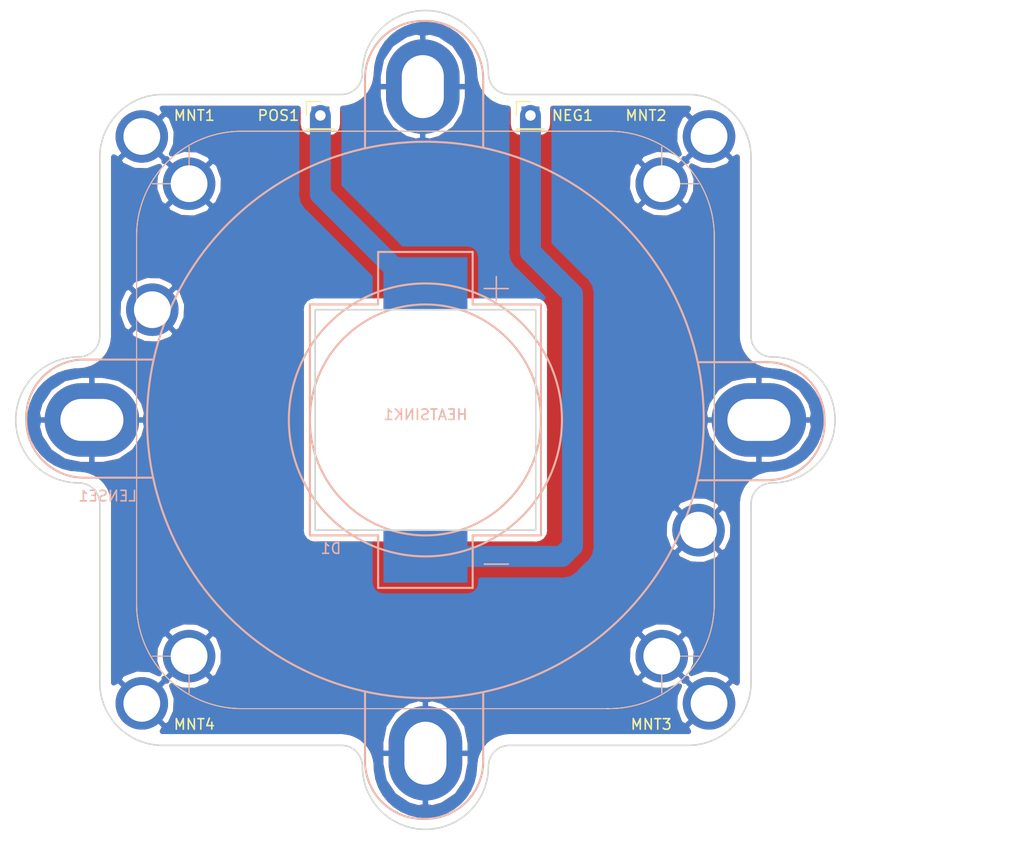
<source format=kicad_pcb>
(kicad_pcb (version 20171130) (host pcbnew "(5.0.0)")

  (general
    (thickness 1.6)
    (drawings 32)
    (tracks 8)
    (zones 0)
    (modules 9)
    (nets 4)
  )

  (page A4)
  (layers
    (0 F.Cu signal)
    (31 B.Cu signal)
    (32 B.Adhes user)
    (33 F.Adhes user)
    (34 B.Paste user)
    (35 F.Paste user)
    (36 B.SilkS user)
    (37 F.SilkS user)
    (38 B.Mask user)
    (39 F.Mask user)
    (40 Dwgs.User user)
    (41 Cmts.User user)
    (42 Eco1.User user)
    (43 Eco2.User user)
    (44 Edge.Cuts user)
    (45 Margin user)
    (46 B.CrtYd user)
    (47 F.CrtYd user)
    (48 B.Fab user)
    (49 F.Fab user)
  )

  (setup
    (last_trace_width 2)
    (trace_clearance 0.8)
    (zone_clearance 1)
    (zone_45_only no)
    (trace_min 0.2)
    (segment_width 0.2)
    (edge_width 0.15)
    (via_size 0.8)
    (via_drill 0.4)
    (via_min_size 0.4)
    (via_min_drill 0.3)
    (uvia_size 0.3)
    (uvia_drill 0.1)
    (uvias_allowed no)
    (uvia_min_size 0.2)
    (uvia_min_drill 0.1)
    (pcb_text_width 0.3)
    (pcb_text_size 1.5 1.5)
    (mod_edge_width 0.15)
    (mod_text_size 1 1)
    (mod_text_width 0.15)
    (pad_size 5.5 5.5)
    (pad_drill 4.5)
    (pad_to_mask_clearance 0.2)
    (aux_axis_origin 0 0)
    (visible_elements 7FFFFFFF)
    (pcbplotparams
      (layerselection 0x010fc_ffffffff)
      (usegerberextensions false)
      (usegerberattributes false)
      (usegerberadvancedattributes false)
      (creategerberjobfile false)
      (excludeedgelayer true)
      (linewidth 0.100000)
      (plotframeref false)
      (viasonmask false)
      (mode 1)
      (useauxorigin false)
      (hpglpennumber 1)
      (hpglpenspeed 20)
      (hpglpendiameter 15.000000)
      (psnegative false)
      (psa4output false)
      (plotreference true)
      (plotvalue true)
      (plotinvisibletext false)
      (padsonsilk false)
      (subtractmaskfromsilk false)
      (outputformat 1)
      (mirror false)
      (drillshape 0)
      (scaleselection 1)
      (outputdirectory "30mar20 lower/"))
  )

  (net 0 "")
  (net 1 GND)
  (net 2 "Net-(D1-Pad2)")
  (net 3 "Net-(D1-Pad1)")

  (net_class Default "This is the default net class."
    (clearance 0.8)
    (trace_width 2)
    (via_dia 0.8)
    (via_drill 0.4)
    (uvia_dia 0.3)
    (uvia_drill 0.1)
    (add_net GND)
    (add_net "Net-(D1-Pad1)")
    (add_net "Net-(D1-Pad2)")
  )

  (module TEST:LED_Lense (layer B.Cu) (tedit 5DE8DF3D) (tstamp 5DECB773)
    (at 150 100)
    (path /5E8248B7)
    (fp_text reference LENSE1 (at -30.25 7.25) (layer B.SilkS)
      (effects (font (size 1 1) (thickness 0.15)) (justify mirror))
    )
    (fp_text value Conn_01x02 (at 0 0.5) (layer B.Fab)
      (effects (font (size 1 1) (thickness 0.15)) (justify mirror))
    )
    (fp_arc (start 32.5 0.244321) (end 38 -0.005679) (angle 92.6025622) (layer B.SilkS) (width 0.2))
    (fp_arc (start 32.494321 0) (end 32.244321 -5.5) (angle 92.6025622) (layer B.SilkS) (width 0.2))
    (fp_line (start 32.5 5.75) (end 26 5.75) (layer B.SilkS) (width 0.2))
    (fp_line (start 32.25 -5.5) (end 26 -5.5) (layer B.SilkS) (width 0.2))
    (fp_arc (start -0.005679 -32.5) (end -0.255679 -38) (angle 92.6025622) (layer B.SilkS) (width 0.2))
    (fp_arc (start -0.25 -32.494321) (end -5.75 -32.244321) (angle 92.6025622) (layer B.SilkS) (width 0.2))
    (fp_line (start 5.5 -32.5) (end 5.5 -26) (layer B.SilkS) (width 0.2))
    (fp_line (start -5.75 -32.25) (end -5.75 -26) (layer B.SilkS) (width 0.2))
    (fp_arc (start -32.5 -0.244321) (end -38 0.005679) (angle 92.6025622) (layer B.SilkS) (width 0.2))
    (fp_arc (start -32.494321 0) (end -32.244321 5.5) (angle 92.6025622) (layer B.SilkS) (width 0.2))
    (fp_line (start -32.5 -5.75) (end -26 -5.75) (layer B.SilkS) (width 0.2))
    (fp_line (start -32.25 5.5) (end -26 5.5) (layer B.SilkS) (width 0.2))
    (fp_line (start -5.75 32.5) (end -5.75 26) (layer B.SilkS) (width 0.2))
    (fp_line (start 5.5 32.25) (end 5.5 26) (layer B.SilkS) (width 0.2))
    (fp_arc (start -0.244321 32.5) (end 0.005679 38) (angle 92.6025622) (layer B.SilkS) (width 0.2))
    (fp_arc (start 0 32.494321) (end 5.5 32.244321) (angle 92.6025622) (layer B.SilkS) (width 0.2))
    (fp_circle (center 0 0) (end 26.5 0) (layer B.SilkS) (width 0.2))
    (fp_circle (center 0 0) (end 13 0) (layer B.SilkS) (width 0.2))
    (fp_circle (center 0 0) (end 11 0) (layer B.SilkS) (width 0.2))
    (pad 1 thru_hole oval (at 31.75 0 90) (size 7 9) (drill oval 4 6) (layers *.Cu *.Mask)
      (net 1 GND))
    (pad 1 thru_hole oval (at -0.25 -31.75 180) (size 7 9) (drill oval 4 6) (layers *.Cu *.Mask)
      (net 1 GND))
    (pad 1 thru_hole oval (at -31.75 0 270) (size 7 9) (drill oval 4 6) (layers *.Cu *.Mask)
      (net 1 GND))
    (pad 1 thru_hole oval (at 0 31.75) (size 7 9) (drill oval 4 6) (layers *.Cu *.Mask)
      (net 1 GND))
    (model ${KIPRJMOD}/44mm_cover.stp
      (offset (xyz 0 0 8.5))
      (scale (xyz 1 1 1))
      (rotate (xyz 0 0 45))
    )
    (model ${KIPRJMOD}/44mm_collimator.stp
      (offset (xyz 0 0 11))
      (scale (xyz 1 1 1))
      (rotate (xyz 0 0 0))
    )
  )

  (module TEST:55mm_heatsink (layer B.Cu) (tedit 5DE3DEED) (tstamp 5DECB758)
    (at 150 100)
    (path /5DF09D00)
    (fp_text reference HEATSINK1 (at 0 -0.5) (layer B.SilkS)
      (effects (font (size 1 1) (thickness 0.15)) (justify mirror))
    )
    (fp_text value Conn_01x02 (at 0 0.5) (layer B.Fab)
      (effects (font (size 1 1) (thickness 0.15)) (justify mirror))
    )
    (fp_line (start -22.5 22.5) (end -26 22.5) (layer F.SilkS) (width 0.1))
    (fp_line (start 22.5 -22.5) (end 26 -22.5) (layer F.SilkS) (width 0.1))
    (fp_line (start -22.5 22.5) (end -22.5 26) (layer F.SilkS) (width 0.1))
    (fp_line (start 22.5 -22.5) (end 22.5 -26) (layer F.SilkS) (width 0.1))
    (fp_line (start 22.5 22.5) (end 26 22.5) (layer F.SilkS) (width 0.1))
    (fp_line (start 22.5 22.5) (end 22.5 26) (layer F.SilkS) (width 0.1))
    (fp_line (start -27.5 -17.5) (end -27.5 17.5) (layer F.SilkS) (width 0.1))
    (fp_line (start 17.5 -27.5) (end -17.5 -27.5) (layer F.SilkS) (width 0.1))
    (fp_line (start -17.5 27.5) (end 17.5 27.5) (layer F.SilkS) (width 0.1))
    (fp_arc (start 17.5 -17.5) (end 27.5 -17.5) (angle -90) (layer F.SilkS) (width 0.1))
    (fp_arc (start -17.5 -17.5) (end -17.5 -27.5) (angle -90) (layer F.SilkS) (width 0.1))
    (fp_arc (start -17.5 17.5) (end -27.5 17.5) (angle -90) (layer F.SilkS) (width 0.1))
    (fp_line (start 27.5 17.5) (end 27.5 -17.5) (layer F.SilkS) (width 0.1))
    (fp_arc (start 17.5 17.5) (end 17.5 27.5) (angle -90) (layer F.SilkS) (width 0.1))
    (fp_line (start -22.5 -22.5) (end -22.5 -26) (layer F.SilkS) (width 0.1))
    (fp_line (start -22.5 -22.5) (end -26 -22.5) (layer F.SilkS) (width 0.1))
    (fp_line (start 22.5 22.5) (end 26 22.5) (layer B.SilkS) (width 0.1))
    (fp_line (start 22.5 22.5) (end 22.5 26) (layer B.SilkS) (width 0.1))
    (fp_line (start -22.5 22.5) (end -22.5 26) (layer B.SilkS) (width 0.1))
    (fp_line (start -22.5 22.5) (end -26 22.5) (layer B.SilkS) (width 0.1))
    (fp_line (start -22.5 -22.5) (end -26 -22.5) (layer B.SilkS) (width 0.1))
    (fp_line (start -22.5 -22.5) (end -22.5 -26) (layer B.SilkS) (width 0.1))
    (fp_line (start 22.5 -22.5) (end 26 -22.5) (layer B.SilkS) (width 0.1))
    (fp_line (start 22.5 -22.5) (end 22.5 -26) (layer B.SilkS) (width 0.1))
    (fp_line (start 27.5 10.5) (end 26 10.5) (layer B.SilkS) (width 0.1))
    (fp_line (start -27.5 -10.5) (end -25.5 -10.5) (layer B.SilkS) (width 0.1))
    (fp_line (start -17.5 -27.5) (end 17.5 -27.5) (layer B.SilkS) (width 0.1))
    (fp_line (start -27.5 17.5) (end -27.5 -17.5) (layer B.SilkS) (width 0.1))
    (fp_line (start 17.25 27.5) (end -17.75 27.5) (layer B.SilkS) (width 0.1))
    (fp_line (start 27.5 -17.5) (end 27.5 17.5) (layer B.SilkS) (width 0.1))
    (fp_arc (start -17.5 17.5) (end -17.5 27.5) (angle 90) (layer B.SilkS) (width 0.1))
    (fp_arc (start -17.5 -17.5) (end -27.5 -17.5) (angle 90) (layer B.SilkS) (width 0.1))
    (fp_arc (start 17.5 -17.5) (end 17.5 -27.5) (angle 90) (layer B.SilkS) (width 0.1))
    (fp_arc (start 17.5 17.5) (end 27.5 17.5) (angle 90) (layer B.SilkS) (width 0.1))
    (pad 3 thru_hole circle (at 22.5 22.5 270) (size 5 5) (drill 3.5) (layers *.Cu *.Mask)
      (net 1 GND))
    (pad 3 thru_hole circle (at -22.5 22.5 180) (size 5 5) (drill 3.5) (layers *.Cu *.Mask)
      (net 1 GND))
    (pad 3 thru_hole circle (at -22.5 -22.5 90) (size 5 5) (drill 3.5) (layers *.Cu *.Mask)
      (net 1 GND))
    (pad 3 thru_hole circle (at 22.5 -22.5) (size 5 5) (drill 3.5) (layers *.Cu *.Mask)
      (net 1 GND))
    (pad 2 thru_hole circle (at -26 -10.5) (size 5 5) (drill 3.5) (layers *.Cu *.Mask)
      (net 1 GND))
    (pad 1 thru_hole circle (at 26 10.5) (size 5 5) (drill 3.5) (layers *.Cu *.Mask)
      (net 1 GND))
    (model C:/Users/Reed/Downloads/55mm-heatsink.STEP
      (offset (xyz 0 3 -9.5))
      (scale (xyz 1 1 1))
      (rotate (xyz 90 0 90))
    )
  )

  (module TEST:10W_LED (layer B.Cu) (tedit 5DE8614E) (tstamp 5DECBA2B)
    (at 150 100)
    (path /5DF074D2)
    (fp_text reference D1 (at -9 12.25) (layer B.SilkS)
      (effects (font (size 1 1) (thickness 0.15)) (justify mirror))
    )
    (fp_text value LED (at 0 1.9) (layer B.Fab)
      (effects (font (size 1 1) (thickness 0.15)) (justify mirror))
    )
    (fp_line (start 10.5 0) (end 10.5 1) (layer B.Fab) (width 0.1))
    (fp_line (start 0 10.5) (end 10.5 10.5) (layer B.Fab) (width 0.1))
    (fp_line (start 10.5 10.5) (end 10.5 1) (layer B.Fab) (width 0.1))
    (fp_line (start 0 10.5) (end -1 10.5) (layer B.Fab) (width 0.1))
    (fp_line (start -10.5 0) (end -10.5 10.5) (layer B.Fab) (width 0.1))
    (fp_line (start -10.5 10.5) (end -1 10.5) (layer B.Fab) (width 0.1))
    (fp_line (start -10.5 0) (end -10.5 -1) (layer B.Fab) (width 0.1))
    (fp_line (start 0 -10.5) (end -10.5 -10.5) (layer B.Fab) (width 0.1))
    (fp_line (start -10.5 -10.5) (end -10.5 -1) (layer B.Fab) (width 0.1))
    (fp_line (start 0 -10.5) (end 1 -10.5) (layer B.Fab) (width 0.1))
    (fp_line (start 10.5 0) (end 10.5 -10.5) (layer B.Fab) (width 0.1))
    (fp_line (start 10.5 -10.5) (end 1 -10.5) (layer B.Fab) (width 0.1))
    (fp_text user + (at 6.75 -12.75) (layer B.SilkS)
      (effects (font (size 3 3) (thickness 0.15)) (justify mirror))
    )
    (fp_text user - (at 6.75 13.5) (layer B.SilkS)
      (effects (font (size 3 3) (thickness 0.15)) (justify mirror))
    )
    (fp_line (start 3.75 -16) (end 4.5 -16) (layer B.SilkS) (width 0.1))
    (fp_line (start 4.5 -11) (end 11 -11) (layer B.SilkS) (width 0.2))
    (fp_line (start 11 -11) (end 11 11) (layer B.SilkS) (width 0.2))
    (fp_line (start 11 11) (end 4.5 11) (layer B.SilkS) (width 0.2))
    (fp_line (start 4.5 11) (end 4.5 16) (layer B.SilkS) (width 0.2))
    (fp_line (start 4.5 16) (end -4.5 16) (layer B.SilkS) (width 0.2))
    (fp_line (start -4.5 16) (end -4.5 15) (layer B.SilkS) (width 0.2))
    (fp_line (start -4.5 15) (end -4.5 11) (layer B.SilkS) (width 0.2))
    (fp_line (start -4.5 11) (end -11 11) (layer B.SilkS) (width 0.2))
    (fp_line (start -11 11) (end -11 10.25) (layer B.SilkS) (width 0.2))
    (fp_line (start -11 10.25) (end -11 -11) (layer B.SilkS) (width 0.2))
    (fp_line (start -11 -11) (end -10 -11) (layer B.SilkS) (width 0.2))
    (fp_line (start -10 -11) (end -4.5 -11) (layer B.SilkS) (width 0.2))
    (fp_line (start -4.5 -11) (end -4.5 -11.5) (layer B.SilkS) (width 0.2))
    (fp_line (start -4.5 -11.5) (end -4.5 -16) (layer B.SilkS) (width 0.2))
    (fp_line (start -4.5 -16) (end -3.25 -16) (layer B.SilkS) (width 0.2))
    (fp_line (start -3.25 -16) (end 4.5 -16) (layer B.SilkS) (width 0.2))
    (fp_line (start 4.5 -16) (end 4.5 -11) (layer B.SilkS) (width 0.2))
    (pad 1 smd rect (at 0 13) (size 8 5) (layers B.Cu B.Paste B.Mask)
      (net 3 "Net-(D1-Pad1)"))
    (pad 2 smd rect (at 0 -13) (size 8 5) (layers B.Cu B.Paste B.Mask)
      (net 2 "Net-(D1-Pad2)"))
  )

  (module "TEST:4mm Mount" (layer F.Cu) (tedit 5BA18C5F) (tstamp 5DECBA30)
    (at 123 70.5)
    (path /5DF0A84E)
    (fp_text reference MNT1 (at 5 0.5) (layer F.SilkS)
      (effects (font (size 1 1) (thickness 0.15)))
    )
    (fp_text value Conn_01x02 (at 0 -1) (layer F.Fab)
      (effects (font (size 1 1) (thickness 0.15)))
    )
    (pad 1 thru_hole circle (at 0 2.5) (size 5 5) (drill 3.5) (layers *.Cu *.Mask)
      (net 1 GND))
  )

  (module "TEST:4mm Mount" (layer F.Cu) (tedit 5BA18C5F) (tstamp 5DECBA35)
    (at 177 70.5)
    (path /5DF0AC70)
    (fp_text reference MNT2 (at -6 0.5) (layer F.SilkS)
      (effects (font (size 1 1) (thickness 0.15)))
    )
    (fp_text value Conn_01x02 (at 0 -1) (layer F.Fab)
      (effects (font (size 1 1) (thickness 0.15)))
    )
    (pad 1 thru_hole circle (at 0 2.5) (size 5 5) (drill 3.5) (layers *.Cu *.Mask)
      (net 1 GND))
  )

  (module "TEST:4mm Mount" (layer F.Cu) (tedit 5BA18C5F) (tstamp 5DECBA3A)
    (at 177 124.5)
    (path /5DF0B09C)
    (fp_text reference MNT3 (at -5.5 4.5) (layer F.SilkS)
      (effects (font (size 1 1) (thickness 0.15)))
    )
    (fp_text value Conn_01x02 (at 0 -1) (layer F.Fab)
      (effects (font (size 1 1) (thickness 0.15)))
    )
    (pad 1 thru_hole circle (at 0 2.5) (size 5 5) (drill 3.5) (layers *.Cu *.Mask)
      (net 1 GND))
  )

  (module "TEST:4mm Mount" (layer F.Cu) (tedit 5BA18C5F) (tstamp 5DECBA3F)
    (at 123 124.5)
    (path /5DF0B52E)
    (fp_text reference MNT4 (at 5 4.5) (layer F.SilkS)
      (effects (font (size 1 1) (thickness 0.15)))
    )
    (fp_text value Conn_01x02 (at 0 -1) (layer F.Fab)
      (effects (font (size 1 1) (thickness 0.15)))
    )
    (pad 1 thru_hole circle (at 0 2.5) (size 5 5) (drill 3.5) (layers *.Cu *.Mask)
      (net 1 GND))
  )

  (module Pin_Headers:Pin_Header_Straight_1x01_Pitch2.54mm (layer F.Cu) (tedit 59650532) (tstamp 5E825D7C)
    (at 160 71)
    (descr "Through hole straight pin header, 1x01, 2.54mm pitch, single row")
    (tags "Through hole pin header THT 1x01 2.54mm single row")
    (path /5DF097C9)
    (fp_text reference NEG1 (at 4 0) (layer F.SilkS)
      (effects (font (size 1 1) (thickness 0.15)))
    )
    (fp_text value Conn_01x02 (at 0 2.33) (layer F.Fab)
      (effects (font (size 1 1) (thickness 0.15)))
    )
    (fp_text user %R (at 0 0 90) (layer F.Fab)
      (effects (font (size 1 1) (thickness 0.15)))
    )
    (fp_line (start 1.8 -1.8) (end -1.8 -1.8) (layer F.CrtYd) (width 0.05))
    (fp_line (start 1.8 1.8) (end 1.8 -1.8) (layer F.CrtYd) (width 0.05))
    (fp_line (start -1.8 1.8) (end 1.8 1.8) (layer F.CrtYd) (width 0.05))
    (fp_line (start -1.8 -1.8) (end -1.8 1.8) (layer F.CrtYd) (width 0.05))
    (fp_line (start -1.33 -1.33) (end 0 -1.33) (layer F.SilkS) (width 0.12))
    (fp_line (start -1.33 0) (end -1.33 -1.33) (layer F.SilkS) (width 0.12))
    (fp_line (start -1.33 1.27) (end 1.33 1.27) (layer F.SilkS) (width 0.12))
    (fp_line (start 1.33 1.27) (end 1.33 1.33) (layer F.SilkS) (width 0.12))
    (fp_line (start -1.33 1.27) (end -1.33 1.33) (layer F.SilkS) (width 0.12))
    (fp_line (start -1.33 1.33) (end 1.33 1.33) (layer F.SilkS) (width 0.12))
    (fp_line (start -1.27 -0.635) (end -0.635 -1.27) (layer F.Fab) (width 0.1))
    (fp_line (start -1.27 1.27) (end -1.27 -0.635) (layer F.Fab) (width 0.1))
    (fp_line (start 1.27 1.27) (end -1.27 1.27) (layer F.Fab) (width 0.1))
    (fp_line (start 1.27 -1.27) (end 1.27 1.27) (layer F.Fab) (width 0.1))
    (fp_line (start -0.635 -1.27) (end 1.27 -1.27) (layer F.Fab) (width 0.1))
    (pad 1 thru_hole rect (at 0 0) (size 1.7 1.7) (drill 1) (layers *.Cu *.Mask)
      (net 3 "Net-(D1-Pad1)"))
    (model ${KISYS3DMOD}/Pin_Headers.3dshapes/Pin_Header_Straight_1x01_Pitch2.54mm.wrl
      (at (xyz 0 0 0))
      (scale (xyz 1 1 1))
      (rotate (xyz 0 0 0))
    )
  )

  (module Pin_Headers:Pin_Header_Straight_1x01_Pitch2.54mm (layer F.Cu) (tedit 59650532) (tstamp 5E825D91)
    (at 140 71)
    (descr "Through hole straight pin header, 1x01, 2.54mm pitch, single row")
    (tags "Through hole pin header THT 1x01 2.54mm single row")
    (path /5E824656)
    (fp_text reference POS1 (at -4 0) (layer F.SilkS)
      (effects (font (size 1 1) (thickness 0.15)))
    )
    (fp_text value Conn_01x02 (at 0 2.33) (layer F.Fab)
      (effects (font (size 1 1) (thickness 0.15)))
    )
    (fp_line (start -0.635 -1.27) (end 1.27 -1.27) (layer F.Fab) (width 0.1))
    (fp_line (start 1.27 -1.27) (end 1.27 1.27) (layer F.Fab) (width 0.1))
    (fp_line (start 1.27 1.27) (end -1.27 1.27) (layer F.Fab) (width 0.1))
    (fp_line (start -1.27 1.27) (end -1.27 -0.635) (layer F.Fab) (width 0.1))
    (fp_line (start -1.27 -0.635) (end -0.635 -1.27) (layer F.Fab) (width 0.1))
    (fp_line (start -1.33 1.33) (end 1.33 1.33) (layer F.SilkS) (width 0.12))
    (fp_line (start -1.33 1.27) (end -1.33 1.33) (layer F.SilkS) (width 0.12))
    (fp_line (start 1.33 1.27) (end 1.33 1.33) (layer F.SilkS) (width 0.12))
    (fp_line (start -1.33 1.27) (end 1.33 1.27) (layer F.SilkS) (width 0.12))
    (fp_line (start -1.33 0) (end -1.33 -1.33) (layer F.SilkS) (width 0.12))
    (fp_line (start -1.33 -1.33) (end 0 -1.33) (layer F.SilkS) (width 0.12))
    (fp_line (start -1.8 -1.8) (end -1.8 1.8) (layer F.CrtYd) (width 0.05))
    (fp_line (start -1.8 1.8) (end 1.8 1.8) (layer F.CrtYd) (width 0.05))
    (fp_line (start 1.8 1.8) (end 1.8 -1.8) (layer F.CrtYd) (width 0.05))
    (fp_line (start 1.8 -1.8) (end -1.8 -1.8) (layer F.CrtYd) (width 0.05))
    (fp_text user %R (at 0 0 90) (layer F.Fab)
      (effects (font (size 1 1) (thickness 0.15)))
    )
    (pad 1 thru_hole rect (at 0 0) (size 1.7 1.7) (drill 1) (layers *.Cu *.Mask)
      (net 2 "Net-(D1-Pad2)"))
    (model ${KISYS3DMOD}/Pin_Headers.3dshapes/Pin_Header_Straight_1x01_Pitch2.54mm.wrl
      (at (xyz 0 0 0))
      (scale (xyz 1 1 1))
      (rotate (xyz 0 0 0))
    )
  )

  (gr_line (start 181 108) (end 181 125) (layer Edge.Cuts) (width 0.15) (tstamp 5E825F4C))
  (gr_line (start 158 131) (end 175 131) (layer Edge.Cuts) (width 0.15) (tstamp 5E825F4B))
  (gr_arc (start 175 125) (end 175 131) (angle -90) (layer Edge.Cuts) (width 0.15) (tstamp 5E825F4A))
  (gr_arc (start 183 108) (end 183 106) (angle -90) (layer Edge.Cuts) (width 0.15) (tstamp 5E825F49))
  (gr_arc (start 183 92) (end 181 92) (angle -90) (layer Edge.Cuts) (width 0.15) (tstamp 5E825F48))
  (gr_arc (start 183 100) (end 189 100) (angle -90) (layer Edge.Cuts) (width 0.15) (tstamp 5E825F47))
  (gr_arc (start 183 100) (end 183 106) (angle -90) (layer Edge.Cuts) (width 0.15) (tstamp 5E825F46))
  (gr_line (start 158 69) (end 175 69) (layer Edge.Cuts) (width 0.15) (tstamp 5E825F4C))
  (gr_line (start 181 92) (end 181 75) (layer Edge.Cuts) (width 0.15) (tstamp 5E825F4B))
  (gr_arc (start 175 75) (end 181 75) (angle -90) (layer Edge.Cuts) (width 0.15) (tstamp 5E825F4A))
  (gr_arc (start 158 67) (end 156 67) (angle -90) (layer Edge.Cuts) (width 0.15) (tstamp 5E825F49))
  (gr_arc (start 142 67) (end 142 69) (angle -90) (layer Edge.Cuts) (width 0.15) (tstamp 5E825F48))
  (gr_arc (start 150 67) (end 150 61) (angle -90) (layer Edge.Cuts) (width 0.15) (tstamp 5E825F47))
  (gr_arc (start 150 67) (end 156 67) (angle -90) (layer Edge.Cuts) (width 0.15) (tstamp 5E825F46))
  (gr_line (start 119 92) (end 119 75) (layer Edge.Cuts) (width 0.15) (tstamp 5E825F4C))
  (gr_line (start 142 69) (end 125 69) (layer Edge.Cuts) (width 0.15) (tstamp 5E825F4B))
  (gr_arc (start 125 75) (end 125 69) (angle -90) (layer Edge.Cuts) (width 0.15) (tstamp 5E825F4A))
  (gr_arc (start 117 92) (end 117 94) (angle -90) (layer Edge.Cuts) (width 0.15) (tstamp 5E825F49))
  (gr_arc (start 117 108) (end 119 108) (angle -90) (layer Edge.Cuts) (width 0.15) (tstamp 5E825F48))
  (gr_arc (start 117 100) (end 111 100) (angle -90) (layer Edge.Cuts) (width 0.15) (tstamp 5E825F47))
  (gr_arc (start 117 100) (end 117 94) (angle -90) (layer Edge.Cuts) (width 0.15) (tstamp 5E825F46))
  (gr_line (start 119 108) (end 119 125) (layer Edge.Cuts) (width 0.15) (tstamp 5E825F3F))
  (gr_arc (start 125 125) (end 119 125) (angle -90) (layer Edge.Cuts) (width 0.15))
  (gr_arc (start 158 133) (end 158 131) (angle -90) (layer Edge.Cuts) (width 0.15) (tstamp 5E825F1C))
  (gr_arc (start 150 133) (end 150 139) (angle -90) (layer Edge.Cuts) (width 0.15) (tstamp 5E825F1B))
  (gr_arc (start 142 133) (end 144 133) (angle -90) (layer Edge.Cuts) (width 0.15))
  (gr_arc (start 150 133) (end 144 133) (angle -90) (layer Edge.Cuts) (width 0.15))
  (gr_line (start 139.5 89.5) (end 139.5 110.5) (layer Edge.Cuts) (width 0.15))
  (gr_line (start 160.5 89.5) (end 139.5 89.5) (layer Edge.Cuts) (width 0.15))
  (gr_line (start 160.5 110.5) (end 160.5 89.5) (layer Edge.Cuts) (width 0.15))
  (gr_line (start 139.5 110.5) (end 160.5 110.5) (layer Edge.Cuts) (width 0.15))
  (gr_line (start 142 131) (end 125 131) (layer Edge.Cuts) (width 0.15))

  (segment (start 148.5 87) (end 150 87) (width 2) (layer B.Cu) (net 2))
  (segment (start 140 78.5) (end 148.5 87) (width 2) (layer B.Cu) (net 2))
  (segment (start 140 71) (end 140 78.5) (width 2) (layer B.Cu) (net 2))
  (segment (start 150 113) (end 163 113) (width 2) (layer B.Cu) (net 3))
  (segment (start 163 113) (end 164 112) (width 2) (layer B.Cu) (net 3))
  (segment (start 164 112) (end 164 88) (width 2) (layer B.Cu) (net 3))
  (segment (start 160 84) (end 160 71) (width 2) (layer B.Cu) (net 3))
  (segment (start 164 88) (end 160 84) (width 2) (layer B.Cu) (net 3))

  (zone (net 1) (net_name GND) (layer B.Cu) (tstamp 5E824AD4) (hatch edge 0.508)
    (connect_pads (clearance 1))
    (min_thickness 0.5)
    (fill yes (arc_segments 16) (thermal_gap 0.508) (thermal_bridge_width 0.508))
    (polygon
      (pts
        (xy 110 60) (xy 207 60) (xy 207 64.5) (xy 207 137) (xy 162.5 137)
        (xy 148.5 142.5) (xy 140 138.5) (xy 117.5 135.5) (xy 113.5 131.5) (xy 109.5 120)
      )
    )
    (filled_polygon
      (pts
        (xy 137.75 70.778395) (xy 137.750001 78.278391) (xy 137.70592 78.5) (xy 137.880547 79.377907) (xy 137.92824 79.449284)
        (xy 138.377841 80.12216) (xy 138.56571 80.24769) (xy 144.725512 86.407493) (xy 144.725512 88.175) (xy 139.630499 88.175)
        (xy 139.5 88.149042) (xy 139.369501 88.175) (xy 138.983011 88.251878) (xy 138.544728 88.544728) (xy 138.251878 88.983011)
        (xy 138.149042 89.5) (xy 138.175 89.630499) (xy 138.175001 110.369496) (xy 138.149042 110.5) (xy 138.251878 111.016989)
        (xy 138.544728 111.455272) (xy 138.983011 111.748122) (xy 139.369501 111.825) (xy 139.5 111.850958) (xy 139.630499 111.825)
        (xy 144.725512 111.825) (xy 144.725512 115.5) (xy 144.822527 115.987725) (xy 145.098801 116.401199) (xy 145.512275 116.677473)
        (xy 146 116.774488) (xy 154 116.774488) (xy 154.487725 116.677473) (xy 154.901199 116.401199) (xy 155.177473 115.987725)
        (xy 155.274488 115.5) (xy 155.274488 115.25) (xy 162.778395 115.25) (xy 163 115.29408) (xy 163.221605 115.25)
        (xy 163.221606 115.25) (xy 163.877906 115.119454) (xy 164.62216 114.62216) (xy 164.747692 114.434288) (xy 165.434287 113.747693)
        (xy 165.62216 113.62216) (xy 166.119454 112.877906) (xy 166.151317 112.717717) (xy 173.78794 112.717717) (xy 174.050716 113.189765)
        (xy 175.228425 113.730977) (xy 176.523599 113.780303) (xy 177.739061 113.330232) (xy 177.949284 113.189765) (xy 178.21206 112.717717)
        (xy 176 110.505657) (xy 173.78794 112.717717) (xy 166.151317 112.717717) (xy 166.25 112.221606) (xy 166.25 112.221605)
        (xy 166.29408 112) (xy 166.25 111.778395) (xy 166.25 111.023599) (xy 172.719697 111.023599) (xy 173.169768 112.239061)
        (xy 173.310235 112.449284) (xy 173.782283 112.71206) (xy 175.994343 110.5) (xy 176.005657 110.5) (xy 178.217717 112.71206)
        (xy 178.689765 112.449284) (xy 179.230977 111.271575) (xy 179.280303 109.976401) (xy 178.830232 108.760939) (xy 178.689765 108.550716)
        (xy 178.217717 108.28794) (xy 176.005657 110.5) (xy 175.994343 110.5) (xy 173.782283 108.28794) (xy 173.310235 108.550716)
        (xy 172.769023 109.728425) (xy 172.719697 111.023599) (xy 166.25 111.023599) (xy 166.25 108.282283) (xy 173.78794 108.282283)
        (xy 176 110.494343) (xy 178.21206 108.282283) (xy 177.949284 107.810235) (xy 176.771575 107.269023) (xy 175.476401 107.219697)
        (xy 174.260939 107.669768) (xy 174.050716 107.810235) (xy 173.78794 108.282283) (xy 166.25 108.282283) (xy 166.25 100.670048)
        (xy 176.545051 100.670048) (xy 176.81459 101.62577) (xy 177.736311 103.008032) (xy 179.116838 103.932348) (xy 180.746 104.258)
        (xy 181.746 104.258) (xy 181.746 100.004) (xy 181.754 100.004) (xy 181.754 104.258) (xy 182.754 104.258)
        (xy 184.383162 103.932348) (xy 185.763689 103.008032) (xy 186.68541 101.62577) (xy 186.954949 100.670048) (xy 186.818498 100.004)
        (xy 181.754 100.004) (xy 181.746 100.004) (xy 176.681502 100.004) (xy 176.545051 100.670048) (xy 166.25 100.670048)
        (xy 166.25 99.329952) (xy 176.545051 99.329952) (xy 176.681502 99.996) (xy 181.746 99.996) (xy 181.746 95.742)
        (xy 181.754 95.742) (xy 181.754 99.996) (xy 186.818498 99.996) (xy 186.954949 99.329952) (xy 186.68541 98.37423)
        (xy 185.763689 96.991968) (xy 184.383162 96.067652) (xy 182.754 95.742) (xy 181.754 95.742) (xy 181.746 95.742)
        (xy 180.746 95.742) (xy 179.116838 96.067652) (xy 177.736311 96.991968) (xy 176.81459 98.37423) (xy 176.545051 99.329952)
        (xy 166.25 99.329952) (xy 166.25 88.221604) (xy 166.29408 87.999999) (xy 166.204712 87.550716) (xy 166.119454 87.122094)
        (xy 166.037874 87) (xy 165.747689 86.565708) (xy 165.62216 86.37784) (xy 165.434291 86.25231) (xy 162.25 83.06802)
        (xy 162.25 79.717717) (xy 170.28794 79.717717) (xy 170.550716 80.189765) (xy 171.728425 80.730977) (xy 173.023599 80.780303)
        (xy 174.239061 80.330232) (xy 174.449284 80.189765) (xy 174.71206 79.717717) (xy 172.5 77.505657) (xy 170.28794 79.717717)
        (xy 162.25 79.717717) (xy 162.25 78.023599) (xy 169.219697 78.023599) (xy 169.669768 79.239061) (xy 169.810235 79.449284)
        (xy 170.282283 79.71206) (xy 172.494343 77.5) (xy 172.505657 77.5) (xy 174.717717 79.71206) (xy 175.189765 79.449284)
        (xy 175.730977 78.271575) (xy 175.780303 76.976401) (xy 175.35579 75.829961) (xy 176.228425 76.230977) (xy 177.523599 76.280303)
        (xy 178.739061 75.830232) (xy 178.949284 75.689765) (xy 179.21206 75.217717) (xy 177 73.005657) (xy 174.78794 75.217717)
        (xy 174.876117 75.376117) (xy 174.717717 75.28794) (xy 172.505657 77.5) (xy 172.494343 77.5) (xy 170.282283 75.28794)
        (xy 169.810235 75.550716) (xy 169.269023 76.728425) (xy 169.219697 78.023599) (xy 162.25 78.023599) (xy 162.25 75.282283)
        (xy 170.28794 75.282283) (xy 172.5 77.494343) (xy 174.71206 75.282283) (xy 174.623883 75.123883) (xy 174.782283 75.21206)
        (xy 176.994343 73) (xy 174.782283 70.78794) (xy 174.310235 71.050716) (xy 173.769023 72.228425) (xy 173.719697 73.523599)
        (xy 174.14421 74.670039) (xy 173.271575 74.269023) (xy 171.976401 74.219697) (xy 170.760939 74.669768) (xy 170.550716 74.810235)
        (xy 170.28794 75.282283) (xy 162.25 75.282283) (xy 162.25 70.778394) (xy 162.159814 70.325) (xy 174.945619 70.325)
        (xy 175.038257 70.332616) (xy 174.78794 70.782283) (xy 177 72.994343) (xy 177.014142 72.980201) (xy 177.019799 72.985858)
        (xy 177.005657 73) (xy 179.217717 75.21206) (xy 179.671612 74.959389) (xy 179.675001 75.031244) (xy 179.675 92.130498)
        (xy 179.684648 92.179002) (xy 179.700611 92.393811) (xy 179.729634 92.525818) (xy 179.747978 92.659727) (xy 179.752522 92.675265)
        (xy 179.914999 93.218549) (xy 179.990428 93.381794) (xy 180.063856 93.545943) (xy 180.072577 93.559581) (xy 180.381005 94.035427)
        (xy 180.499195 94.17091) (xy 180.615766 94.307881) (xy 180.627965 94.318523) (xy 181.05755 94.688678) (xy 181.209067 94.785577)
        (xy 181.359347 94.884293) (xy 181.374042 94.891083) (xy 181.890251 95.125789) (xy 182.062872 95.176267) (xy 182.234819 95.228836)
        (xy 182.250827 95.231229) (xy 182.250829 95.231229) (xy 182.812162 95.311618) (xy 182.82838 95.311618) (xy 182.8592 95.317497)
        (xy 182.891432 95.320545) (xy 183.76282 95.392186) (xy 184.505152 95.578647) (xy 185.207063 95.883846) (xy 185.849699 96.299586)
        (xy 186.415809 96.814707) (xy 186.890183 97.41537) (xy 187.260084 98.085443) (xy 187.515576 98.806928) (xy 187.653879 99.583359)
        (xy 187.672435 99.976823) (xy 187.607814 100.762824) (xy 187.421354 101.50515) (xy 187.116154 102.207063) (xy 186.700412 102.849701)
        (xy 186.185293 103.415809) (xy 185.58463 103.890183) (xy 184.914557 104.260084) (xy 184.193069 104.515576) (xy 183.416641 104.653879)
        (xy 182.937584 104.676471) (xy 182.924985 104.678107) (xy 182.917958 104.677542) (xy 182.901807 104.678643) (xy 182.606189 104.700611)
        (xy 182.474183 104.729634) (xy 182.340273 104.747978) (xy 182.324735 104.752522) (xy 181.78145 104.914999) (xy 181.61819 104.990435)
        (xy 181.454057 105.063856) (xy 181.440419 105.072577) (xy 180.964573 105.381005) (xy 180.82909 105.499195) (xy 180.692119 105.615766)
        (xy 180.681478 105.627965) (xy 180.311322 106.05755) (xy 180.21444 106.20904) (xy 180.115707 106.359347) (xy 180.108917 106.374043)
        (xy 179.874211 106.890251) (xy 179.823733 107.062872) (xy 179.771164 107.234819) (xy 179.768771 107.250829) (xy 179.693463 107.776682)
        (xy 179.675 107.869502) (xy 179.675001 124.945607) (xy 179.667384 125.038257) (xy 179.217717 124.78794) (xy 177.005657 127)
        (xy 177.019799 127.014142) (xy 177.014142 127.019799) (xy 177 127.005657) (xy 174.78794 129.217717) (xy 175.040611 129.671612)
        (xy 174.968777 129.675) (xy 157.869501 129.675) (xy 157.820996 129.684648) (xy 157.606189 129.700611) (xy 157.474183 129.729634)
        (xy 157.340273 129.747978) (xy 157.324735 129.752522) (xy 156.78145 129.914999) (xy 156.61819 129.990435) (xy 156.454057 130.063856)
        (xy 156.440419 130.072577) (xy 155.964573 130.381005) (xy 155.82909 130.499195) (xy 155.692119 130.615766) (xy 155.681478 130.627965)
        (xy 155.311322 131.05755) (xy 155.21444 131.20904) (xy 155.115707 131.359347) (xy 155.108917 131.374043) (xy 154.874211 131.890251)
        (xy 154.823733 132.062872) (xy 154.771164 132.234819) (xy 154.768771 132.250829) (xy 154.688382 132.812162) (xy 154.688382 132.82838)
        (xy 154.682503 132.8592) (xy 154.679455 132.891432) (xy 154.607814 133.762824) (xy 154.421354 134.50515) (xy 154.116154 135.207063)
        (xy 153.700412 135.849701) (xy 153.185293 136.415809) (xy 152.58463 136.890183) (xy 151.914557 137.260084) (xy 151.193069 137.515576)
        (xy 150.416641 137.653879) (xy 150.023177 137.672435) (xy 149.237176 137.607814) (xy 148.49485 137.421354) (xy 147.792937 137.116154)
        (xy 147.150299 136.700412) (xy 146.584191 136.185293) (xy 146.109817 135.58463) (xy 145.739916 134.914557) (xy 145.484424 134.193069)
        (xy 145.346121 133.416641) (xy 145.323529 132.937584) (xy 145.321893 132.924985) (xy 145.322458 132.917958) (xy 145.321357 132.901807)
        (xy 145.299389 132.606189) (xy 145.270366 132.474183) (xy 145.252022 132.340273) (xy 145.247478 132.324735) (xy 145.085001 131.78145)
        (xy 145.072318 131.754) (xy 145.742 131.754) (xy 145.742 132.754) (xy 146.067652 134.383162) (xy 146.991968 135.763689)
        (xy 148.37423 136.68541) (xy 149.329952 136.954949) (xy 149.996 136.818498) (xy 149.996 131.754) (xy 150.004 131.754)
        (xy 150.004 136.818498) (xy 150.670048 136.954949) (xy 151.62577 136.68541) (xy 153.008032 135.763689) (xy 153.932348 134.383162)
        (xy 154.258 132.754) (xy 154.258 131.754) (xy 150.004 131.754) (xy 149.996 131.754) (xy 145.742 131.754)
        (xy 145.072318 131.754) (xy 145.009565 131.61819) (xy 144.936144 131.454057) (xy 144.927423 131.440419) (xy 144.618995 130.964573)
        (xy 144.500805 130.82909) (xy 144.430091 130.746) (xy 145.742 130.746) (xy 145.742 131.746) (xy 149.996 131.746)
        (xy 149.996 126.681502) (xy 150.004 126.681502) (xy 150.004 131.746) (xy 154.258 131.746) (xy 154.258 130.746)
        (xy 153.932348 129.116838) (xy 153.008032 127.736311) (xy 151.62577 126.81459) (xy 150.670048 126.545051) (xy 150.004 126.681502)
        (xy 149.996 126.681502) (xy 149.329952 126.545051) (xy 148.37423 126.81459) (xy 146.991968 127.736311) (xy 146.067652 129.116838)
        (xy 145.742 130.746) (xy 144.430091 130.746) (xy 144.384234 130.692119) (xy 144.372035 130.681478) (xy 143.94245 130.311322)
        (xy 143.79096 130.21444) (xy 143.640653 130.115707) (xy 143.625962 130.108919) (xy 143.625958 130.108917) (xy 143.109749 129.874211)
        (xy 142.937128 129.823733) (xy 142.765181 129.771164) (xy 142.749173 129.768771) (xy 142.749171 129.768771) (xy 142.223321 129.693464)
        (xy 142.130499 129.675) (xy 125.054381 129.675) (xy 124.961743 129.667384) (xy 125.21206 129.217717) (xy 123 127.005657)
        (xy 122.985858 127.019799) (xy 122.980201 127.014142) (xy 122.994343 127) (xy 123.005657 127) (xy 125.217717 129.21206)
        (xy 125.689765 128.949284) (xy 126.230977 127.771575) (xy 126.280303 126.476401) (xy 125.85579 125.329961) (xy 126.728425 125.730977)
        (xy 128.023599 125.780303) (xy 129.239061 125.330232) (xy 129.449284 125.189765) (xy 129.71206 124.717717) (xy 170.28794 124.717717)
        (xy 170.550716 125.189765) (xy 171.728425 125.730977) (xy 173.023599 125.780303) (xy 174.170039 125.35579) (xy 173.769023 126.228425)
        (xy 173.719697 127.523599) (xy 174.169768 128.739061) (xy 174.310235 128.949284) (xy 174.782283 129.21206) (xy 176.994343 127)
        (xy 174.782283 124.78794) (xy 174.623883 124.876117) (xy 174.71206 124.717717) (xy 172.5 122.505657) (xy 170.28794 124.717717)
        (xy 129.71206 124.717717) (xy 127.5 122.505657) (xy 125.28794 124.717717) (xy 125.376117 124.876117) (xy 125.217717 124.78794)
        (xy 123.005657 127) (xy 122.994343 127) (xy 120.782283 124.78794) (xy 120.328388 125.040611) (xy 120.325 124.968777)
        (xy 120.325 124.782283) (xy 120.78794 124.782283) (xy 123 126.994343) (xy 125.21206 124.782283) (xy 125.123883 124.623883)
        (xy 125.282283 124.71206) (xy 127.494343 122.5) (xy 127.505657 122.5) (xy 129.717717 124.71206) (xy 130.189765 124.449284)
        (xy 130.730977 123.271575) (xy 130.740421 123.023599) (xy 169.219697 123.023599) (xy 169.669768 124.239061) (xy 169.810235 124.449284)
        (xy 170.282283 124.71206) (xy 172.494343 122.5) (xy 172.505657 122.5) (xy 174.717717 124.71206) (xy 174.876117 124.623883)
        (xy 174.78794 124.782283) (xy 177 126.994343) (xy 179.21206 124.782283) (xy 178.949284 124.310235) (xy 177.771575 123.769023)
        (xy 176.476401 123.719697) (xy 175.329961 124.14421) (xy 175.730977 123.271575) (xy 175.780303 121.976401) (xy 175.330232 120.760939)
        (xy 175.189765 120.550716) (xy 174.717717 120.28794) (xy 172.505657 122.5) (xy 172.494343 122.5) (xy 170.282283 120.28794)
        (xy 169.810235 120.550716) (xy 169.269023 121.728425) (xy 169.219697 123.023599) (xy 130.740421 123.023599) (xy 130.780303 121.976401)
        (xy 130.330232 120.760939) (xy 130.189765 120.550716) (xy 129.717717 120.28794) (xy 127.505657 122.5) (xy 127.494343 122.5)
        (xy 125.282283 120.28794) (xy 124.810235 120.550716) (xy 124.269023 121.728425) (xy 124.219697 123.023599) (xy 124.64421 124.170039)
        (xy 123.771575 123.769023) (xy 122.476401 123.719697) (xy 121.260939 124.169768) (xy 121.050716 124.310235) (xy 120.78794 124.782283)
        (xy 120.325 124.782283) (xy 120.325 120.282283) (xy 125.28794 120.282283) (xy 127.5 122.494343) (xy 129.71206 120.282283)
        (xy 170.28794 120.282283) (xy 172.5 122.494343) (xy 174.71206 120.282283) (xy 174.449284 119.810235) (xy 173.271575 119.269023)
        (xy 171.976401 119.219697) (xy 170.760939 119.669768) (xy 170.550716 119.810235) (xy 170.28794 120.282283) (xy 129.71206 120.282283)
        (xy 129.449284 119.810235) (xy 128.271575 119.269023) (xy 126.976401 119.219697) (xy 125.760939 119.669768) (xy 125.550716 119.810235)
        (xy 125.28794 120.282283) (xy 120.325 120.282283) (xy 120.325 107.869501) (xy 120.315352 107.820996) (xy 120.299389 107.606189)
        (xy 120.270366 107.474183) (xy 120.252022 107.340273) (xy 120.247478 107.324735) (xy 120.085001 106.78145) (xy 120.009565 106.61819)
        (xy 119.936144 106.454057) (xy 119.927423 106.440419) (xy 119.618995 105.964573) (xy 119.500805 105.82909) (xy 119.384234 105.692119)
        (xy 119.372035 105.681478) (xy 118.94245 105.311322) (xy 118.79096 105.21444) (xy 118.640653 105.115707) (xy 118.625962 105.108919)
        (xy 118.625958 105.108917) (xy 118.109749 104.874211) (xy 117.937128 104.823733) (xy 117.765181 104.771164) (xy 117.749173 104.768771)
        (xy 117.749171 104.768771) (xy 117.187838 104.688382) (xy 117.17162 104.688382) (xy 117.1408 104.682503) (xy 117.108568 104.679455)
        (xy 116.237176 104.607814) (xy 115.49485 104.421354) (xy 114.792937 104.116154) (xy 114.150299 103.700412) (xy 113.584191 103.185293)
        (xy 113.109817 102.58463) (xy 112.739916 101.914557) (xy 112.484424 101.193069) (xy 112.39126 100.670048) (xy 113.045051 100.670048)
        (xy 113.31459 101.62577) (xy 114.236311 103.008032) (xy 115.616838 103.932348) (xy 117.246 104.258) (xy 118.246 104.258)
        (xy 118.246 100.004) (xy 118.254 100.004) (xy 118.254 104.258) (xy 119.254 104.258) (xy 120.883162 103.932348)
        (xy 122.263689 103.008032) (xy 123.18541 101.62577) (xy 123.454949 100.670048) (xy 123.318498 100.004) (xy 118.254 100.004)
        (xy 118.246 100.004) (xy 113.181502 100.004) (xy 113.045051 100.670048) (xy 112.39126 100.670048) (xy 112.346121 100.416641)
        (xy 112.327565 100.023177) (xy 112.384558 99.329952) (xy 113.045051 99.329952) (xy 113.181502 99.996) (xy 118.246 99.996)
        (xy 118.246 95.742) (xy 118.254 95.742) (xy 118.254 99.996) (xy 123.318498 99.996) (xy 123.454949 99.329952)
        (xy 123.18541 98.37423) (xy 122.263689 96.991968) (xy 120.883162 96.067652) (xy 119.254 95.742) (xy 118.254 95.742)
        (xy 118.246 95.742) (xy 117.246 95.742) (xy 115.616838 96.067652) (xy 114.236311 96.991968) (xy 113.31459 98.37423)
        (xy 113.045051 99.329952) (xy 112.384558 99.329952) (xy 112.392186 99.23718) (xy 112.578647 98.494848) (xy 112.883846 97.792937)
        (xy 113.299586 97.150301) (xy 113.814707 96.584191) (xy 114.41537 96.109817) (xy 115.085443 95.739916) (xy 115.806928 95.484424)
        (xy 116.583359 95.346121) (xy 117.062416 95.323529) (xy 117.075015 95.321893) (xy 117.082042 95.322458) (xy 117.098192 95.321357)
        (xy 117.393811 95.299389) (xy 117.525818 95.270366) (xy 117.659727 95.252022) (xy 117.675265 95.247478) (xy 118.218549 95.085001)
        (xy 118.381794 95.009572) (xy 118.545943 94.936144) (xy 118.559581 94.927423) (xy 119.035427 94.618995) (xy 119.17091 94.500805)
        (xy 119.307881 94.384234) (xy 119.318523 94.372035) (xy 119.688678 93.94245) (xy 119.785577 93.790933) (xy 119.884293 93.640653)
        (xy 119.891083 93.625958) (xy 120.125789 93.109749) (xy 120.176267 92.937128) (xy 120.228836 92.765181) (xy 120.231229 92.749171)
        (xy 120.306536 92.223321) (xy 120.325 92.130499) (xy 120.325 91.717717) (xy 121.78794 91.717717) (xy 122.050716 92.189765)
        (xy 123.228425 92.730977) (xy 124.523599 92.780303) (xy 125.739061 92.330232) (xy 125.949284 92.189765) (xy 126.21206 91.717717)
        (xy 124 89.505657) (xy 121.78794 91.717717) (xy 120.325 91.717717) (xy 120.325 90.023599) (xy 120.719697 90.023599)
        (xy 121.169768 91.239061) (xy 121.310235 91.449284) (xy 121.782283 91.71206) (xy 123.994343 89.5) (xy 124.005657 89.5)
        (xy 126.217717 91.71206) (xy 126.689765 91.449284) (xy 127.230977 90.271575) (xy 127.280303 88.976401) (xy 126.830232 87.760939)
        (xy 126.689765 87.550716) (xy 126.217717 87.28794) (xy 124.005657 89.5) (xy 123.994343 89.5) (xy 121.782283 87.28794)
        (xy 121.310235 87.550716) (xy 120.769023 88.728425) (xy 120.719697 90.023599) (xy 120.325 90.023599) (xy 120.325 87.282283)
        (xy 121.78794 87.282283) (xy 124 89.494343) (xy 126.21206 87.282283) (xy 125.949284 86.810235) (xy 124.771575 86.269023)
        (xy 123.476401 86.219697) (xy 122.260939 86.669768) (xy 122.050716 86.810235) (xy 121.78794 87.282283) (xy 120.325 87.282283)
        (xy 120.325 79.717717) (xy 125.28794 79.717717) (xy 125.550716 80.189765) (xy 126.728425 80.730977) (xy 128.023599 80.780303)
        (xy 129.239061 80.330232) (xy 129.449284 80.189765) (xy 129.71206 79.717717) (xy 127.5 77.505657) (xy 125.28794 79.717717)
        (xy 120.325 79.717717) (xy 120.325 75.217717) (xy 120.78794 75.217717) (xy 121.050716 75.689765) (xy 122.228425 76.230977)
        (xy 123.523599 76.280303) (xy 124.670039 75.85579) (xy 124.269023 76.728425) (xy 124.219697 78.023599) (xy 124.669768 79.239061)
        (xy 124.810235 79.449284) (xy 125.282283 79.71206) (xy 127.494343 77.5) (xy 127.505657 77.5) (xy 129.717717 79.71206)
        (xy 130.189765 79.449284) (xy 130.730977 78.271575) (xy 130.780303 76.976401) (xy 130.330232 75.760939) (xy 130.189765 75.550716)
        (xy 129.717717 75.28794) (xy 127.505657 77.5) (xy 127.494343 77.5) (xy 125.282283 75.28794) (xy 125.123883 75.376117)
        (xy 125.21206 75.217717) (xy 123 73.005657) (xy 120.78794 75.217717) (xy 120.325 75.217717) (xy 120.325 75.054381)
        (xy 120.332616 74.961743) (xy 120.782283 75.21206) (xy 122.994343 73) (xy 123.005657 73) (xy 125.217717 75.21206)
        (xy 125.376117 75.123883) (xy 125.28794 75.282283) (xy 127.5 77.494343) (xy 129.71206 75.282283) (xy 129.449284 74.810235)
        (xy 128.271575 74.269023) (xy 126.976401 74.219697) (xy 125.829961 74.64421) (xy 126.230977 73.771575) (xy 126.280303 72.476401)
        (xy 125.830232 71.260939) (xy 125.689765 71.050716) (xy 125.217717 70.78794) (xy 123.005657 73) (xy 122.994343 73)
        (xy 122.980201 72.985858) (xy 122.985858 72.980201) (xy 123 72.994343) (xy 125.21206 70.782283) (xy 124.959389 70.328388)
        (xy 125.031223 70.325) (xy 137.840186 70.325)
      )
    )
    (filled_polygon
      (pts
        (xy 150.76282 62.392186) (xy 151.505152 62.578647) (xy 152.207063 62.883846) (xy 152.849699 63.299586) (xy 153.415809 63.814707)
        (xy 153.890183 64.41537) (xy 154.260084 65.085443) (xy 154.515576 65.806928) (xy 154.653879 66.583359) (xy 154.676471 67.062416)
        (xy 154.678107 67.075015) (xy 154.677542 67.082042) (xy 154.678643 67.098192) (xy 154.700611 67.393811) (xy 154.729634 67.525818)
        (xy 154.747978 67.659727) (xy 154.752522 67.675265) (xy 154.914999 68.218549) (xy 154.990428 68.381794) (xy 155.063856 68.545943)
        (xy 155.072577 68.559581) (xy 155.381005 69.035427) (xy 155.499195 69.17091) (xy 155.615766 69.307881) (xy 155.627965 69.318523)
        (xy 156.05755 69.688678) (xy 156.209067 69.785577) (xy 156.359347 69.884293) (xy 156.374042 69.891083) (xy 156.890251 70.125789)
        (xy 157.062872 70.176267) (xy 157.234819 70.228836) (xy 157.250827 70.231229) (xy 157.250829 70.231229) (xy 157.776679 70.306536)
        (xy 157.841302 70.319391) (xy 157.750001 70.778394) (xy 157.75 83.778395) (xy 157.70592 84) (xy 157.75 84.221605)
        (xy 157.880546 84.877905) (xy 157.880547 84.877906) (xy 157.880547 84.877907) (xy 157.998213 85.054006) (xy 158.37784 85.62216)
        (xy 158.565711 85.747692) (xy 161.176436 88.358416) (xy 161.016989 88.251878) (xy 160.630499 88.175) (xy 160.5 88.149042)
        (xy 160.369501 88.175) (xy 155.274488 88.175) (xy 155.274488 84.5) (xy 155.177473 84.012275) (xy 154.901199 83.598801)
        (xy 154.487725 83.322527) (xy 154 83.225512) (xy 147.907493 83.225512) (xy 142.25 77.56802) (xy 142.25 70.778394)
        (xy 142.158699 70.319391) (xy 142.179004 70.315352) (xy 142.393811 70.299389) (xy 142.525818 70.270366) (xy 142.659727 70.252022)
        (xy 142.675265 70.247478) (xy 143.218549 70.085001) (xy 143.381794 70.009572) (xy 143.545943 69.936144) (xy 143.559581 69.927423)
        (xy 144.035427 69.618995) (xy 144.17091 69.500805) (xy 144.307881 69.384234) (xy 144.318523 69.372035) (xy 144.688678 68.94245)
        (xy 144.785577 68.790933) (xy 144.884293 68.640653) (xy 144.891083 68.625958) (xy 145.060202 68.254) (xy 145.492 68.254)
        (xy 145.492 69.254) (xy 145.817652 70.883162) (xy 146.741968 72.263689) (xy 148.12423 73.18541) (xy 149.079952 73.454949)
        (xy 149.746 73.318498) (xy 149.746 68.254) (xy 149.754 68.254) (xy 149.754 73.318498) (xy 150.420048 73.454949)
        (xy 151.37577 73.18541) (xy 152.758032 72.263689) (xy 153.682348 70.883162) (xy 154.008 69.254) (xy 154.008 68.254)
        (xy 149.754 68.254) (xy 149.746 68.254) (xy 145.492 68.254) (xy 145.060202 68.254) (xy 145.125789 68.109749)
        (xy 145.176267 67.937128) (xy 145.228836 67.765181) (xy 145.231229 67.749171) (xy 145.303288 67.246) (xy 145.492 67.246)
        (xy 145.492 68.246) (xy 149.746 68.246) (xy 149.746 63.181502) (xy 149.754 63.181502) (xy 149.754 68.246)
        (xy 154.008 68.246) (xy 154.008 67.246) (xy 153.682348 65.616838) (xy 152.758032 64.236311) (xy 151.37577 63.31459)
        (xy 150.420048 63.045051) (xy 149.754 63.181502) (xy 149.746 63.181502) (xy 149.079952 63.045051) (xy 148.12423 63.31459)
        (xy 146.741968 64.236311) (xy 145.817652 65.616838) (xy 145.492 67.246) (xy 145.303288 67.246) (xy 145.311618 67.187838)
        (xy 145.311618 67.17162) (xy 145.317497 67.1408) (xy 145.320545 67.108568) (xy 145.392186 66.23718) (xy 145.578647 65.494848)
        (xy 145.883846 64.792937) (xy 146.299586 64.150301) (xy 146.814707 63.584191) (xy 147.41537 63.109817) (xy 148.085443 62.739916)
        (xy 148.806928 62.484424) (xy 149.583359 62.346121) (xy 149.976823 62.327565)
      )
    )
  )
  (zone (net 1) (net_name GND) (layer F.Cu) (tstamp 5E824AD1) (hatch edge 0.508)
    (connect_pads (clearance 1))
    (min_thickness 0.5)
    (fill yes (arc_segments 16) (thermal_gap 0.508) (thermal_bridge_width 0.508))
    (polygon
      (pts
        (xy 110 60) (xy 207 60) (xy 207 64.5) (xy 207 137) (xy 162.5 137)
        (xy 148.5 142.5) (xy 140 138.5) (xy 117.5 135.5) (xy 113.5 131.5) (xy 109.5 120)
      )
    )
    (filled_polygon
      (pts
        (xy 150.76282 62.392186) (xy 151.505152 62.578647) (xy 152.207063 62.883846) (xy 152.849699 63.299586) (xy 153.415809 63.814707)
        (xy 153.890183 64.41537) (xy 154.260084 65.085443) (xy 154.515576 65.806928) (xy 154.653879 66.583359) (xy 154.676471 67.062416)
        (xy 154.678107 67.075015) (xy 154.677542 67.082042) (xy 154.678643 67.098192) (xy 154.700611 67.393811) (xy 154.729634 67.525818)
        (xy 154.747978 67.659727) (xy 154.752522 67.675265) (xy 154.914999 68.218549) (xy 154.990428 68.381794) (xy 155.063856 68.545943)
        (xy 155.072577 68.559581) (xy 155.381005 69.035427) (xy 155.499195 69.17091) (xy 155.615766 69.307881) (xy 155.627965 69.318523)
        (xy 156.05755 69.688678) (xy 156.209067 69.785577) (xy 156.359347 69.884293) (xy 156.374042 69.891083) (xy 156.890251 70.125789)
        (xy 157.062872 70.176267) (xy 157.234819 70.228836) (xy 157.250827 70.231229) (xy 157.250829 70.231229) (xy 157.776679 70.306536)
        (xy 157.869501 70.325) (xy 157.875512 70.325) (xy 157.875512 71.85) (xy 157.972527 72.337725) (xy 158.248801 72.751199)
        (xy 158.662275 73.027473) (xy 159.15 73.124488) (xy 160.85 73.124488) (xy 161.337725 73.027473) (xy 161.751199 72.751199)
        (xy 162.027473 72.337725) (xy 162.124488 71.85) (xy 162.124488 70.325) (xy 174.945619 70.325) (xy 175.038257 70.332616)
        (xy 174.78794 70.782283) (xy 177 72.994343) (xy 177.014142 72.980201) (xy 177.019799 72.985858) (xy 177.005657 73)
        (xy 179.217717 75.21206) (xy 179.671612 74.959389) (xy 179.675001 75.031244) (xy 179.675 92.130498) (xy 179.684648 92.179002)
        (xy 179.700611 92.393811) (xy 179.729634 92.525818) (xy 179.747978 92.659727) (xy 179.752522 92.675265) (xy 179.914999 93.218549)
        (xy 179.990428 93.381794) (xy 180.063856 93.545943) (xy 180.072577 93.559581) (xy 180.381005 94.035427) (xy 180.499195 94.17091)
        (xy 180.615766 94.307881) (xy 180.627965 94.318523) (xy 181.05755 94.688678) (xy 181.209067 94.785577) (xy 181.359347 94.884293)
        (xy 181.374042 94.891083) (xy 181.890251 95.125789) (xy 182.062872 95.176267) (xy 182.234819 95.228836) (xy 182.250827 95.231229)
        (xy 182.250829 95.231229) (xy 182.812162 95.311618) (xy 182.82838 95.311618) (xy 182.8592 95.317497) (xy 182.891432 95.320545)
        (xy 183.76282 95.392186) (xy 184.505152 95.578647) (xy 185.207063 95.883846) (xy 185.849699 96.299586) (xy 186.415809 96.814707)
        (xy 186.890183 97.41537) (xy 187.260084 98.085443) (xy 187.515576 98.806928) (xy 187.653879 99.583359) (xy 187.672435 99.976823)
        (xy 187.607814 100.762824) (xy 187.421354 101.50515) (xy 187.116154 102.207063) (xy 186.700412 102.849701) (xy 186.185293 103.415809)
        (xy 185.58463 103.890183) (xy 184.914557 104.260084) (xy 184.193069 104.515576) (xy 183.416641 104.653879) (xy 182.937584 104.676471)
        (xy 182.924985 104.678107) (xy 182.917958 104.677542) (xy 182.901807 104.678643) (xy 182.606189 104.700611) (xy 182.474183 104.729634)
        (xy 182.340273 104.747978) (xy 182.324735 104.752522) (xy 181.78145 104.914999) (xy 181.61819 104.990435) (xy 181.454057 105.063856)
        (xy 181.440419 105.072577) (xy 180.964573 105.381005) (xy 180.82909 105.499195) (xy 180.692119 105.615766) (xy 180.681478 105.627965)
        (xy 180.311322 106.05755) (xy 180.21444 106.20904) (xy 180.115707 106.359347) (xy 180.108917 106.374043) (xy 179.874211 106.890251)
        (xy 179.823733 107.062872) (xy 179.771164 107.234819) (xy 179.768771 107.250829) (xy 179.693463 107.776682) (xy 179.675 107.869502)
        (xy 179.675001 124.945607) (xy 179.667384 125.038257) (xy 179.217717 124.78794) (xy 177.005657 127) (xy 177.019799 127.014142)
        (xy 177.014142 127.019799) (xy 177 127.005657) (xy 174.78794 129.217717) (xy 175.040611 129.671612) (xy 174.968777 129.675)
        (xy 157.869501 129.675) (xy 157.820996 129.684648) (xy 157.606189 129.700611) (xy 157.474183 129.729634) (xy 157.340273 129.747978)
        (xy 157.324735 129.752522) (xy 156.78145 129.914999) (xy 156.61819 129.990435) (xy 156.454057 130.063856) (xy 156.440419 130.072577)
        (xy 155.964573 130.381005) (xy 155.82909 130.499195) (xy 155.692119 130.615766) (xy 155.681478 130.627965) (xy 155.311322 131.05755)
        (xy 155.21444 131.20904) (xy 155.115707 131.359347) (xy 155.108917 131.374043) (xy 154.874211 131.890251) (xy 154.823733 132.062872)
        (xy 154.771164 132.234819) (xy 154.768771 132.250829) (xy 154.688382 132.812162) (xy 154.688382 132.82838) (xy 154.682503 132.8592)
        (xy 154.679455 132.891432) (xy 154.607814 133.762824) (xy 154.421354 134.50515) (xy 154.116154 135.207063) (xy 153.700412 135.849701)
        (xy 153.185293 136.415809) (xy 152.58463 136.890183) (xy 151.914557 137.260084) (xy 151.193069 137.515576) (xy 150.416641 137.653879)
        (xy 150.023177 137.672435) (xy 149.237176 137.607814) (xy 148.49485 137.421354) (xy 147.792937 137.116154) (xy 147.150299 136.700412)
        (xy 146.584191 136.185293) (xy 146.109817 135.58463) (xy 145.739916 134.914557) (xy 145.484424 134.193069) (xy 145.346121 133.416641)
        (xy 145.323529 132.937584) (xy 145.321893 132.924985) (xy 145.322458 132.917958) (xy 145.321357 132.901807) (xy 145.299389 132.606189)
        (xy 145.270366 132.474183) (xy 145.252022 132.340273) (xy 145.247478 132.324735) (xy 145.085001 131.78145) (xy 145.072318 131.754)
        (xy 145.742 131.754) (xy 145.742 132.754) (xy 146.067652 134.383162) (xy 146.991968 135.763689) (xy 148.37423 136.68541)
        (xy 149.329952 136.954949) (xy 149.996 136.818498) (xy 149.996 131.754) (xy 150.004 131.754) (xy 150.004 136.818498)
        (xy 150.670048 136.954949) (xy 151.62577 136.68541) (xy 153.008032 135.763689) (xy 153.932348 134.383162) (xy 154.258 132.754)
        (xy 154.258 131.754) (xy 150.004 131.754) (xy 149.996 131.754) (xy 145.742 131.754) (xy 145.072318 131.754)
        (xy 145.009565 131.61819) (xy 144.936144 131.454057) (xy 144.927423 131.440419) (xy 144.618995 130.964573) (xy 144.500805 130.82909)
        (xy 144.430091 130.746) (xy 145.742 130.746) (xy 145.742 131.746) (xy 149.996 131.746) (xy 149.996 126.681502)
        (xy 150.004 126.681502) (xy 150.004 131.746) (xy 154.258 131.746) (xy 154.258 130.746) (xy 153.932348 129.116838)
        (xy 153.008032 127.736311) (xy 151.62577 126.81459) (xy 150.670048 126.545051) (xy 150.004 126.681502) (xy 149.996 126.681502)
        (xy 149.329952 126.545051) (xy 148.37423 126.81459) (xy 146.991968 127.736311) (xy 146.067652 129.116838) (xy 145.742 130.746)
        (xy 144.430091 130.746) (xy 144.384234 130.692119) (xy 144.372035 130.681478) (xy 143.94245 130.311322) (xy 143.79096 130.21444)
        (xy 143.640653 130.115707) (xy 143.625962 130.108919) (xy 143.625958 130.108917) (xy 143.109749 129.874211) (xy 142.937128 129.823733)
        (xy 142.765181 129.771164) (xy 142.749173 129.768771) (xy 142.749171 129.768771) (xy 142.223321 129.693464) (xy 142.130499 129.675)
        (xy 125.054381 129.675) (xy 124.961743 129.667384) (xy 125.21206 129.217717) (xy 123 127.005657) (xy 122.985858 127.019799)
        (xy 122.980201 127.014142) (xy 122.994343 127) (xy 123.005657 127) (xy 125.217717 129.21206) (xy 125.689765 128.949284)
        (xy 126.230977 127.771575) (xy 126.280303 126.476401) (xy 125.85579 125.329961) (xy 126.728425 125.730977) (xy 128.023599 125.780303)
        (xy 129.239061 125.330232) (xy 129.449284 125.189765) (xy 129.71206 124.717717) (xy 170.28794 124.717717) (xy 170.550716 125.189765)
        (xy 171.728425 125.730977) (xy 173.023599 125.780303) (xy 174.170039 125.35579) (xy 173.769023 126.228425) (xy 173.719697 127.523599)
        (xy 174.169768 128.739061) (xy 174.310235 128.949284) (xy 174.782283 129.21206) (xy 176.994343 127) (xy 174.782283 124.78794)
        (xy 174.623883 124.876117) (xy 174.71206 124.717717) (xy 172.5 122.505657) (xy 170.28794 124.717717) (xy 129.71206 124.717717)
        (xy 127.5 122.505657) (xy 125.28794 124.717717) (xy 125.376117 124.876117) (xy 125.217717 124.78794) (xy 123.005657 127)
        (xy 122.994343 127) (xy 120.782283 124.78794) (xy 120.328388 125.040611) (xy 120.325 124.968777) (xy 120.325 124.782283)
        (xy 120.78794 124.782283) (xy 123 126.994343) (xy 125.21206 124.782283) (xy 125.123883 124.623883) (xy 125.282283 124.71206)
        (xy 127.494343 122.5) (xy 127.505657 122.5) (xy 129.717717 124.71206) (xy 130.189765 124.449284) (xy 130.730977 123.271575)
        (xy 130.740421 123.023599) (xy 169.219697 123.023599) (xy 169.669768 124.239061) (xy 169.810235 124.449284) (xy 170.282283 124.71206)
        (xy 172.494343 122.5) (xy 172.505657 122.5) (xy 174.717717 124.71206) (xy 174.876117 124.623883) (xy 174.78794 124.782283)
        (xy 177 126.994343) (xy 179.21206 124.782283) (xy 178.949284 124.310235) (xy 177.771575 123.769023) (xy 176.476401 123.719697)
        (xy 175.329961 124.14421) (xy 175.730977 123.271575) (xy 175.780303 121.976401) (xy 175.330232 120.760939) (xy 175.189765 120.550716)
        (xy 174.717717 120.28794) (xy 172.505657 122.5) (xy 172.494343 122.5) (xy 170.282283 120.28794) (xy 169.810235 120.550716)
        (xy 169.269023 121.728425) (xy 169.219697 123.023599) (xy 130.740421 123.023599) (xy 130.780303 121.976401) (xy 130.330232 120.760939)
        (xy 130.189765 120.550716) (xy 129.717717 120.28794) (xy 127.505657 122.5) (xy 127.494343 122.5) (xy 125.282283 120.28794)
        (xy 124.810235 120.550716) (xy 124.269023 121.728425) (xy 124.219697 123.023599) (xy 124.64421 124.170039) (xy 123.771575 123.769023)
        (xy 122.476401 123.719697) (xy 121.260939 124.169768) (xy 121.050716 124.310235) (xy 120.78794 124.782283) (xy 120.325 124.782283)
        (xy 120.325 120.282283) (xy 125.28794 120.282283) (xy 127.5 122.494343) (xy 129.71206 120.282283) (xy 170.28794 120.282283)
        (xy 172.5 122.494343) (xy 174.71206 120.282283) (xy 174.449284 119.810235) (xy 173.271575 119.269023) (xy 171.976401 119.219697)
        (xy 170.760939 119.669768) (xy 170.550716 119.810235) (xy 170.28794 120.282283) (xy 129.71206 120.282283) (xy 129.449284 119.810235)
        (xy 128.271575 119.269023) (xy 126.976401 119.219697) (xy 125.760939 119.669768) (xy 125.550716 119.810235) (xy 125.28794 120.282283)
        (xy 120.325 120.282283) (xy 120.325 112.717717) (xy 173.78794 112.717717) (xy 174.050716 113.189765) (xy 175.228425 113.730977)
        (xy 176.523599 113.780303) (xy 177.739061 113.330232) (xy 177.949284 113.189765) (xy 178.21206 112.717717) (xy 176 110.505657)
        (xy 173.78794 112.717717) (xy 120.325 112.717717) (xy 120.325 107.869501) (xy 120.315352 107.820996) (xy 120.299389 107.606189)
        (xy 120.270366 107.474183) (xy 120.252022 107.340273) (xy 120.247478 107.324735) (xy 120.085001 106.78145) (xy 120.009565 106.61819)
        (xy 119.936144 106.454057) (xy 119.927423 106.440419) (xy 119.618995 105.964573) (xy 119.500805 105.82909) (xy 119.384234 105.692119)
        (xy 119.372035 105.681478) (xy 118.94245 105.311322) (xy 118.79096 105.21444) (xy 118.640653 105.115707) (xy 118.625962 105.108919)
        (xy 118.625958 105.108917) (xy 118.109749 104.874211) (xy 117.937128 104.823733) (xy 117.765181 104.771164) (xy 117.749173 104.768771)
        (xy 117.749171 104.768771) (xy 117.187838 104.688382) (xy 117.17162 104.688382) (xy 117.1408 104.682503) (xy 117.108568 104.679455)
        (xy 116.237176 104.607814) (xy 115.49485 104.421354) (xy 114.792937 104.116154) (xy 114.150299 103.700412) (xy 113.584191 103.185293)
        (xy 113.109817 102.58463) (xy 112.739916 101.914557) (xy 112.484424 101.193069) (xy 112.39126 100.670048) (xy 113.045051 100.670048)
        (xy 113.31459 101.62577) (xy 114.236311 103.008032) (xy 115.616838 103.932348) (xy 117.246 104.258) (xy 118.246 104.258)
        (xy 118.246 100.004) (xy 118.254 100.004) (xy 118.254 104.258) (xy 119.254 104.258) (xy 120.883162 103.932348)
        (xy 122.263689 103.008032) (xy 123.18541 101.62577) (xy 123.454949 100.670048) (xy 123.318498 100.004) (xy 118.254 100.004)
        (xy 118.246 100.004) (xy 113.181502 100.004) (xy 113.045051 100.670048) (xy 112.39126 100.670048) (xy 112.346121 100.416641)
        (xy 112.327565 100.023177) (xy 112.384558 99.329952) (xy 113.045051 99.329952) (xy 113.181502 99.996) (xy 118.246 99.996)
        (xy 118.246 95.742) (xy 118.254 95.742) (xy 118.254 99.996) (xy 123.318498 99.996) (xy 123.454949 99.329952)
        (xy 123.18541 98.37423) (xy 122.263689 96.991968) (xy 120.883162 96.067652) (xy 119.254 95.742) (xy 118.254 95.742)
        (xy 118.246 95.742) (xy 117.246 95.742) (xy 115.616838 96.067652) (xy 114.236311 96.991968) (xy 113.31459 98.37423)
        (xy 113.045051 99.329952) (xy 112.384558 99.329952) (xy 112.392186 99.23718) (xy 112.578647 98.494848) (xy 112.883846 97.792937)
        (xy 113.299586 97.150301) (xy 113.814707 96.584191) (xy 114.41537 96.109817) (xy 115.085443 95.739916) (xy 115.806928 95.484424)
        (xy 116.583359 95.346121) (xy 117.062416 95.323529) (xy 117.075015 95.321893) (xy 117.082042 95.322458) (xy 117.098192 95.321357)
        (xy 117.393811 95.299389) (xy 117.525818 95.270366) (xy 117.659727 95.252022) (xy 117.675265 95.247478) (xy 118.218549 95.085001)
        (xy 118.381794 95.009572) (xy 118.545943 94.936144) (xy 118.559581 94.927423) (xy 119.035427 94.618995) (xy 119.17091 94.500805)
        (xy 119.307881 94.384234) (xy 119.318523 94.372035) (xy 119.688678 93.94245) (xy 119.785577 93.790933) (xy 119.884293 93.640653)
        (xy 119.891083 93.625958) (xy 120.125789 93.109749) (xy 120.176267 92.937128) (xy 120.228836 92.765181) (xy 120.231229 92.749171)
        (xy 120.306536 92.223321) (xy 120.325 92.130499) (xy 120.325 91.717717) (xy 121.78794 91.717717) (xy 122.050716 92.189765)
        (xy 123.228425 92.730977) (xy 124.523599 92.780303) (xy 125.739061 92.330232) (xy 125.949284 92.189765) (xy 126.21206 91.717717)
        (xy 124 89.505657) (xy 121.78794 91.717717) (xy 120.325 91.717717) (xy 120.325 90.023599) (xy 120.719697 90.023599)
        (xy 121.169768 91.239061) (xy 121.310235 91.449284) (xy 121.782283 91.71206) (xy 123.994343 89.5) (xy 124.005657 89.5)
        (xy 126.217717 91.71206) (xy 126.689765 91.449284) (xy 127.230977 90.271575) (xy 127.260362 89.5) (xy 138.149042 89.5)
        (xy 138.175 89.630499) (xy 138.175001 110.369496) (xy 138.149042 110.5) (xy 138.251878 111.016989) (xy 138.544728 111.455272)
        (xy 138.983011 111.748122) (xy 139.369501 111.825) (xy 139.5 111.850958) (xy 139.630499 111.825) (xy 160.369501 111.825)
        (xy 160.5 111.850958) (xy 160.630499 111.825) (xy 161.016989 111.748122) (xy 161.455272 111.455272) (xy 161.743705 111.023599)
        (xy 172.719697 111.023599) (xy 173.169768 112.239061) (xy 173.310235 112.449284) (xy 173.782283 112.71206) (xy 175.994343 110.5)
        (xy 176.005657 110.5) (xy 178.217717 112.71206) (xy 178.689765 112.449284) (xy 179.230977 111.271575) (xy 179.280303 109.976401)
        (xy 178.830232 108.760939) (xy 178.689765 108.550716) (xy 178.217717 108.28794) (xy 176.005657 110.5) (xy 175.994343 110.5)
        (xy 173.782283 108.28794) (xy 173.310235 108.550716) (xy 172.769023 109.728425) (xy 172.719697 111.023599) (xy 161.743705 111.023599)
        (xy 161.748122 111.016989) (xy 161.850958 110.5) (xy 161.825 110.369501) (xy 161.825 108.282283) (xy 173.78794 108.282283)
        (xy 176 110.494343) (xy 178.21206 108.282283) (xy 177.949284 107.810235) (xy 176.771575 107.269023) (xy 175.476401 107.219697)
        (xy 174.260939 107.669768) (xy 174.050716 107.810235) (xy 173.78794 108.282283) (xy 161.825 108.282283) (xy 161.825 100.670048)
        (xy 176.545051 100.670048) (xy 176.81459 101.62577) (xy 177.736311 103.008032) (xy 179.116838 103.932348) (xy 180.746 104.258)
        (xy 181.746 104.258) (xy 181.746 100.004) (xy 181.754 100.004) (xy 181.754 104.258) (xy 182.754 104.258)
        (xy 184.383162 103.932348) (xy 185.763689 103.008032) (xy 186.68541 101.62577) (xy 186.954949 100.670048) (xy 186.818498 100.004)
        (xy 181.754 100.004) (xy 181.746 100.004) (xy 176.681502 100.004) (xy 176.545051 100.670048) (xy 161.825 100.670048)
        (xy 161.825 99.329952) (xy 176.545051 99.329952) (xy 176.681502 99.996) (xy 181.746 99.996) (xy 181.746 95.742)
        (xy 181.754 95.742) (xy 181.754 99.996) (xy 186.818498 99.996) (xy 186.954949 99.329952) (xy 186.68541 98.37423)
        (xy 185.763689 96.991968) (xy 184.383162 96.067652) (xy 182.754 95.742) (xy 181.754 95.742) (xy 181.746 95.742)
        (xy 180.746 95.742) (xy 179.116838 96.067652) (xy 177.736311 96.991968) (xy 176.81459 98.37423) (xy 176.545051 99.329952)
        (xy 161.825 99.329952) (xy 161.825 89.630499) (xy 161.850958 89.5) (xy 161.748122 88.983011) (xy 161.455272 88.544728)
        (xy 161.016989 88.251878) (xy 160.630499 88.175) (xy 160.5 88.149042) (xy 160.369501 88.175) (xy 139.630499 88.175)
        (xy 139.5 88.149042) (xy 139.369501 88.175) (xy 138.983011 88.251878) (xy 138.544728 88.544728) (xy 138.251878 88.983011)
        (xy 138.149042 89.5) (xy 127.260362 89.5) (xy 127.280303 88.976401) (xy 126.830232 87.760939) (xy 126.689765 87.550716)
        (xy 126.217717 87.28794) (xy 124.005657 89.5) (xy 123.994343 89.5) (xy 121.782283 87.28794) (xy 121.310235 87.550716)
        (xy 120.769023 88.728425) (xy 120.719697 90.023599) (xy 120.325 90.023599) (xy 120.325 87.282283) (xy 121.78794 87.282283)
        (xy 124 89.494343) (xy 126.21206 87.282283) (xy 125.949284 86.810235) (xy 124.771575 86.269023) (xy 123.476401 86.219697)
        (xy 122.260939 86.669768) (xy 122.050716 86.810235) (xy 121.78794 87.282283) (xy 120.325 87.282283) (xy 120.325 79.717717)
        (xy 125.28794 79.717717) (xy 125.550716 80.189765) (xy 126.728425 80.730977) (xy 128.023599 80.780303) (xy 129.239061 80.330232)
        (xy 129.449284 80.189765) (xy 129.71206 79.717717) (xy 170.28794 79.717717) (xy 170.550716 80.189765) (xy 171.728425 80.730977)
        (xy 173.023599 80.780303) (xy 174.239061 80.330232) (xy 174.449284 80.189765) (xy 174.71206 79.717717) (xy 172.5 77.505657)
        (xy 170.28794 79.717717) (xy 129.71206 79.717717) (xy 127.5 77.505657) (xy 125.28794 79.717717) (xy 120.325 79.717717)
        (xy 120.325 75.217717) (xy 120.78794 75.217717) (xy 121.050716 75.689765) (xy 122.228425 76.230977) (xy 123.523599 76.280303)
        (xy 124.670039 75.85579) (xy 124.269023 76.728425) (xy 124.219697 78.023599) (xy 124.669768 79.239061) (xy 124.810235 79.449284)
        (xy 125.282283 79.71206) (xy 127.494343 77.5) (xy 127.505657 77.5) (xy 129.717717 79.71206) (xy 130.189765 79.449284)
        (xy 130.730977 78.271575) (xy 130.740421 78.023599) (xy 169.219697 78.023599) (xy 169.669768 79.239061) (xy 169.810235 79.449284)
        (xy 170.282283 79.71206) (xy 172.494343 77.5) (xy 172.505657 77.5) (xy 174.717717 79.71206) (xy 175.189765 79.449284)
        (xy 175.730977 78.271575) (xy 175.780303 76.976401) (xy 175.35579 75.829961) (xy 176.228425 76.230977) (xy 177.523599 76.280303)
        (xy 178.739061 75.830232) (xy 178.949284 75.689765) (xy 179.21206 75.217717) (xy 177 73.005657) (xy 174.78794 75.217717)
        (xy 174.876117 75.376117) (xy 174.717717 75.28794) (xy 172.505657 77.5) (xy 172.494343 77.5) (xy 170.282283 75.28794)
        (xy 169.810235 75.550716) (xy 169.269023 76.728425) (xy 169.219697 78.023599) (xy 130.740421 78.023599) (xy 130.780303 76.976401)
        (xy 130.330232 75.760939) (xy 130.189765 75.550716) (xy 129.717717 75.28794) (xy 127.505657 77.5) (xy 127.494343 77.5)
        (xy 125.282283 75.28794) (xy 125.123883 75.376117) (xy 125.21206 75.217717) (xy 123 73.005657) (xy 120.78794 75.217717)
        (xy 120.325 75.217717) (xy 120.325 75.054381) (xy 120.332616 74.961743) (xy 120.782283 75.21206) (xy 122.994343 73)
        (xy 123.005657 73) (xy 125.217717 75.21206) (xy 125.376117 75.123883) (xy 125.28794 75.282283) (xy 127.5 77.494343)
        (xy 129.71206 75.282283) (xy 170.28794 75.282283) (xy 172.5 77.494343) (xy 174.71206 75.282283) (xy 174.623883 75.123883)
        (xy 174.782283 75.21206) (xy 176.994343 73) (xy 174.782283 70.78794) (xy 174.310235 71.050716) (xy 173.769023 72.228425)
        (xy 173.719697 73.523599) (xy 174.14421 74.670039) (xy 173.271575 74.269023) (xy 171.976401 74.219697) (xy 170.760939 74.669768)
        (xy 170.550716 74.810235) (xy 170.28794 75.282283) (xy 129.71206 75.282283) (xy 129.449284 74.810235) (xy 128.271575 74.269023)
        (xy 126.976401 74.219697) (xy 125.829961 74.64421) (xy 126.230977 73.771575) (xy 126.280303 72.476401) (xy 125.830232 71.260939)
        (xy 125.689765 71.050716) (xy 125.217717 70.78794) (xy 123.005657 73) (xy 122.994343 73) (xy 122.980201 72.985858)
        (xy 122.985858 72.980201) (xy 123 72.994343) (xy 125.21206 70.782283) (xy 124.959389 70.328388) (xy 125.031223 70.325)
        (xy 137.875512 70.325) (xy 137.875512 71.85) (xy 137.972527 72.337725) (xy 138.248801 72.751199) (xy 138.662275 73.027473)
        (xy 139.15 73.124488) (xy 140.85 73.124488) (xy 141.337725 73.027473) (xy 141.751199 72.751199) (xy 142.027473 72.337725)
        (xy 142.124488 71.85) (xy 142.124488 70.325) (xy 142.130499 70.325) (xy 142.179004 70.315352) (xy 142.393811 70.299389)
        (xy 142.525818 70.270366) (xy 142.659727 70.252022) (xy 142.675265 70.247478) (xy 143.218549 70.085001) (xy 143.381794 70.009572)
        (xy 143.545943 69.936144) (xy 143.559581 69.927423) (xy 144.035427 69.618995) (xy 144.17091 69.500805) (xy 144.307881 69.384234)
        (xy 144.318523 69.372035) (xy 144.688678 68.94245) (xy 144.785577 68.790933) (xy 144.884293 68.640653) (xy 144.891083 68.625958)
        (xy 145.060202 68.254) (xy 145.492 68.254) (xy 145.492 69.254) (xy 145.817652 70.883162) (xy 146.741968 72.263689)
        (xy 148.12423 73.18541) (xy 149.079952 73.454949) (xy 149.746 73.318498) (xy 149.746 68.254) (xy 149.754 68.254)
        (xy 149.754 73.318498) (xy 150.420048 73.454949) (xy 151.37577 73.18541) (xy 152.758032 72.263689) (xy 153.682348 70.883162)
        (xy 154.008 69.254) (xy 154.008 68.254) (xy 149.754 68.254) (xy 149.746 68.254) (xy 145.492 68.254)
        (xy 145.060202 68.254) (xy 145.125789 68.109749) (xy 145.176267 67.937128) (xy 145.228836 67.765181) (xy 145.231229 67.749171)
        (xy 145.303288 67.246) (xy 145.492 67.246) (xy 145.492 68.246) (xy 149.746 68.246) (xy 149.746 63.181502)
        (xy 149.754 63.181502) (xy 149.754 68.246) (xy 154.008 68.246) (xy 154.008 67.246) (xy 153.682348 65.616838)
        (xy 152.758032 64.236311) (xy 151.37577 63.31459) (xy 150.420048 63.045051) (xy 149.754 63.181502) (xy 149.746 63.181502)
        (xy 149.079952 63.045051) (xy 148.12423 63.31459) (xy 146.741968 64.236311) (xy 145.817652 65.616838) (xy 145.492 67.246)
        (xy 145.303288 67.246) (xy 145.311618 67.187838) (xy 145.311618 67.17162) (xy 145.317497 67.1408) (xy 145.320545 67.108568)
        (xy 145.392186 66.23718) (xy 145.578647 65.494848) (xy 145.883846 64.792937) (xy 146.299586 64.150301) (xy 146.814707 63.584191)
        (xy 147.41537 63.109817) (xy 148.085443 62.739916) (xy 148.806928 62.484424) (xy 149.583359 62.346121) (xy 149.976823 62.327565)
      )
    )
  )
)

</source>
